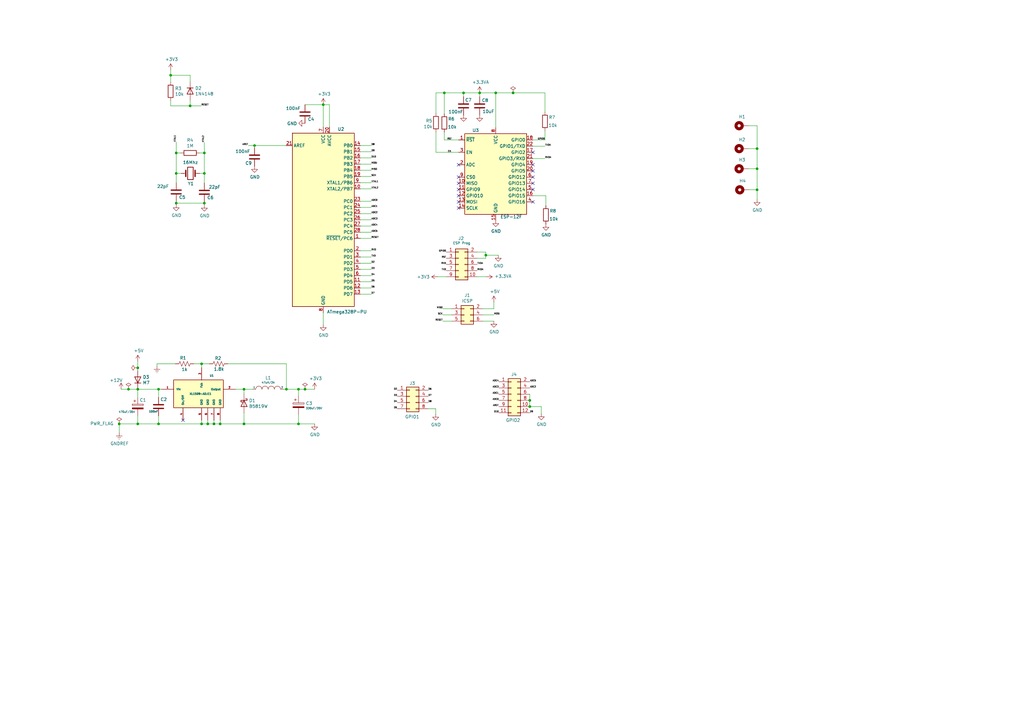
<source format=kicad_sch>
(kicad_sch (version 20211123) (generator eeschema)
  (paper "A3")
  (title_block (title "Remote IO 328 Mega based") (date "2021-01-29") (rev "0.1") (company "G.M."))
  (lib_symbols
    (symbol "Connector_Generic:Conn_02x03_Odd_Even" (pin_names (offset 1.016) hide)
      (property "Reference" "J" (at 1.27 5.08 0))
      (property "Value" "Conn_02x03_Odd_Even" (at 1.27 -5.08 0))
      (symbol "Conn_02x03_Odd_Even_1_1"
        (rectangle (start -1.27 -2.413) (end 0 -2.667) (stroke (width 0.1524)))
        (rectangle (start -1.27 0.127) (end 0 -0.127) (stroke (width 0.1524)))
        (rectangle (start -1.27 2.667) (end 0 2.413) (stroke (width 0.1524)))
        (rectangle (start -1.27 3.81) (end 3.81 -3.81) (stroke (width 0.254)) (fill (type background)))
        (rectangle (start 3.81 -2.413) (end 2.54 -2.667) (stroke (width 0.1524)))
        (rectangle (start 3.81 0.127) (end 2.54 -0.127) (stroke (width 0.1524)))
        (rectangle (start 3.81 2.667) (end 2.54 2.413) (stroke (width 0.1524)))
        (pin passive line (at -5.08 2.54 0) (length 3.81) (name "Pin_1") (number "1"))
        (pin passive line (at 7.62 2.54 180) (length 3.81) (name "Pin_2") (number "2"))
        (pin passive line (at -5.08 0 0) (length 3.81) (name "Pin_3") (number "3"))
        (pin passive line (at 7.62 0 180) (length 3.81) (name "Pin_4") (number "4"))
        (pin passive line (at -5.08 -2.54 0) (length 3.81) (name "Pin_5") (number "5"))
        (pin passive line (at 7.62 -2.54 180) (length 3.81) (name "Pin_6") (number "6"))
      )
    )
    (symbol "Connector_Generic:Conn_02x04_Odd_Even" (pin_names (offset 1.016) hide)
      (property "Reference" "J" (at 1.27 5.08 0))
      (property "Value" "Conn_02x04_Odd_Even" (at 1.27 -7.62 0))
      (symbol "Conn_02x04_Odd_Even_1_1"
        (rectangle (start -1.27 -4.953) (end 0 -5.207) (stroke (width 0.1524)))
        (rectangle (start -1.27 -2.413) (end 0 -2.667) (stroke (width 0.1524)))
        (rectangle (start -1.27 0.127) (end 0 -0.127) (stroke (width 0.1524)))
        (rectangle (start -1.27 2.667) (end 0 2.413) (stroke (width 0.1524)))
        (rectangle (start -1.27 3.81) (end 3.81 -6.35) (stroke (width 0.254)) (fill (type background)))
        (rectangle (start 3.81 -4.953) (end 2.54 -5.207) (stroke (width 0.1524)))
        (rectangle (start 3.81 -2.413) (end 2.54 -2.667) (stroke (width 0.1524)))
        (rectangle (start 3.81 0.127) (end 2.54 -0.127) (stroke (width 0.1524)))
        (rectangle (start 3.81 2.667) (end 2.54 2.413) (stroke (width 0.1524)))
        (pin passive line (at -5.08 2.54 0) (length 3.81) (name "Pin_1") (number "1"))
        (pin passive line (at 7.62 2.54 180) (length 3.81) (name "Pin_2") (number "2"))
        (pin passive line (at -5.08 0 0) (length 3.81) (name "Pin_3") (number "3"))
        (pin passive line (at 7.62 0 180) (length 3.81) (name "Pin_4") (number "4"))
        (pin passive line (at -5.08 -2.54 0) (length 3.81) (name "Pin_5") (number "5"))
        (pin passive line (at 7.62 -2.54 180) (length 3.81) (name "Pin_6") (number "6"))
        (pin passive line (at -5.08 -5.08 0) (length 3.81) (name "Pin_7") (number "7"))
        (pin passive line (at 7.62 -5.08 180) (length 3.81) (name "Pin_8") (number "8"))
      )
    )
    (symbol "Connector_Generic:Conn_02x05_Odd_Even" (pin_names (offset 1.016) hide)
      (property "Reference" "J" (at 1.27 7.62 0))
      (property "Value" "Conn_02x05_Odd_Even" (at 1.27 -7.62 0))
      (symbol "Conn_02x05_Odd_Even_1_1"
        (rectangle (start -1.27 -4.953) (end 0 -5.207) (stroke (width 0.1524)))
        (rectangle (start -1.27 -2.413) (end 0 -2.667) (stroke (width 0.1524)))
        (rectangle (start -1.27 0.127) (end 0 -0.127) (stroke (width 0.1524)))
        (rectangle (start -1.27 2.667) (end 0 2.413) (stroke (width 0.1524)))
        (rectangle (start -1.27 5.207) (end 0 4.953) (stroke (width 0.1524)))
        (rectangle (start -1.27 6.35) (end 3.81 -6.35) (stroke (width 0.254)) (fill (type background)))
        (rectangle (start 3.81 -4.953) (end 2.54 -5.207) (stroke (width 0.1524)))
        (rectangle (start 3.81 -2.413) (end 2.54 -2.667) (stroke (width 0.1524)))
        (rectangle (start 3.81 0.127) (end 2.54 -0.127) (stroke (width 0.1524)))
        (rectangle (start 3.81 2.667) (end 2.54 2.413) (stroke (width 0.1524)))
        (rectangle (start 3.81 5.207) (end 2.54 4.953) (stroke (width 0.1524)))
        (pin passive line (at -5.08 5.08 0) (length 3.81) (name "Pin_1") (number "1"))
        (pin passive line (at 7.62 -5.08 180) (length 3.81) (name "Pin_10") (number "10"))
        (pin passive line (at 7.62 5.08 180) (length 3.81) (name "Pin_2") (number "2"))
        (pin passive line (at -5.08 2.54 0) (length 3.81) (name "Pin_3") (number "3"))
        (pin passive line (at 7.62 2.54 180) (length 3.81) (name "Pin_4") (number "4"))
        (pin passive line (at -5.08 0 0) (length 3.81) (name "Pin_5") (number "5"))
        (pin passive line (at 7.62 0 180) (length 3.81) (name "Pin_6") (number "6"))
        (pin passive line (at -5.08 -2.54 0) (length 3.81) (name "Pin_7") (number "7"))
        (pin passive line (at 7.62 -2.54 180) (length 3.81) (name "Pin_8") (number "8"))
        (pin passive line (at -5.08 -5.08 0) (length 3.81) (name "Pin_9") (number "9"))
      )
    )
    (symbol "Connector_Generic:Conn_02x06_Odd_Even" (pin_names (offset 1.016) hide)
      (property "Reference" "J" (at 1.27 7.62 0))
      (property "Value" "Conn_02x06_Odd_Even" (at 1.27 -10.16 0))
      (symbol "Conn_02x06_Odd_Even_1_1"
        (rectangle (start -1.27 -7.493) (end 0 -7.747) (stroke (width 0.1524)))
        (rectangle (start -1.27 -4.953) (end 0 -5.207) (stroke (width 0.1524)))
        (rectangle (start -1.27 -2.413) (end 0 -2.667) (stroke (width 0.1524)))
        (rectangle (start -1.27 0.127) (end 0 -0.127) (stroke (width 0.1524)))
        (rectangle (start -1.27 2.667) (end 0 2.413) (stroke (width 0.1524)))
        (rectangle (start -1.27 5.207) (end 0 4.953) (stroke (width 0.1524)))
        (rectangle (start -1.27 6.35) (end 3.81 -8.89) (stroke (width 0.254)) (fill (type background)))
        (rectangle (start 3.81 -7.493) (end 2.54 -7.747) (stroke (width 0.1524)))
        (rectangle (start 3.81 -4.953) (end 2.54 -5.207) (stroke (width 0.1524)))
        (rectangle (start 3.81 -2.413) (end 2.54 -2.667) (stroke (width 0.1524)))
        (rectangle (start 3.81 0.127) (end 2.54 -0.127) (stroke (width 0.1524)))
        (rectangle (start 3.81 2.667) (end 2.54 2.413) (stroke (width 0.1524)))
        (rectangle (start 3.81 5.207) (end 2.54 4.953) (stroke (width 0.1524)))
        (pin passive line (at -5.08 5.08 0) (length 3.81) (name "Pin_1") (number "1"))
        (pin passive line (at 7.62 -5.08 180) (length 3.81) (name "Pin_10") (number "10"))
        (pin passive line (at -5.08 -7.62 0) (length 3.81) (name "Pin_11") (number "11"))
        (pin passive line (at 7.62 -7.62 180) (length 3.81) (name "Pin_12") (number "12"))
        (pin passive line (at 7.62 5.08 180) (length 3.81) (name "Pin_2") (number "2"))
        (pin passive line (at -5.08 2.54 0) (length 3.81) (name "Pin_3") (number "3"))
        (pin passive line (at 7.62 2.54 180) (length 3.81) (name "Pin_4") (number "4"))
        (pin passive line (at -5.08 0 0) (length 3.81) (name "Pin_5") (number "5"))
        (pin passive line (at 7.62 0 180) (length 3.81) (name "Pin_6") (number "6"))
        (pin passive line (at -5.08 -2.54 0) (length 3.81) (name "Pin_7") (number "7"))
        (pin passive line (at 7.62 -2.54 180) (length 3.81) (name "Pin_8") (number "8"))
        (pin passive line (at -5.08 -5.08 0) (length 3.81) (name "Pin_9") (number "9"))
      )
    )
    (symbol "Device:C" (pin_numbers hide) (pin_names (offset 0.254))
      (property "Reference" "C" (at 0.635 2.54 0))
      (property "Value" "C" (at 0.635 -2.54 0))
      (symbol "C_0_1"
        (polyline (pts (xy -2.032 -0.762) (xy 2.032 -0.762)) (stroke (width 0.508)))
        (polyline (pts (xy -2.032 0.762) (xy 2.032 0.762)) (stroke (width 0.508)))
      )
      (symbol "C_1_1"
        (pin passive line (at 0 3.81 270) (length 2.794) (name "~") (number "1"))
        (pin passive line (at 0 -3.81 90) (length 2.794) (name "~") (number "2"))
      )
    )
    (symbol "Device:C_Polarized" (pin_numbers hide) (pin_names (offset 0.254))
      (property "Reference" "C" (at 0.635 2.54 0))
      (property "Value" "C_Polarized" (at 0.635 -2.54 0))
      (symbol "C_Polarized_0_1"
        (rectangle (start -2.286 0.508) (end 2.286 1.016))
        (polyline (pts (xy -1.778 2.286) (xy -0.762 2.286)))
        (polyline (pts (xy -1.27 2.794) (xy -1.27 1.778)))
        (rectangle (start 2.286 -0.508) (end -2.286 -1.016) (fill (type outline)))
      )
      (symbol "C_Polarized_1_1"
        (pin passive line (at 0 3.81 270) (length 2.794) (name "~") (number "1"))
        (pin passive line (at 0 -3.81 90) (length 2.794) (name "~") (number "2"))
      )
    )
    (symbol "Device:Crystal" (pin_numbers hide) (pin_names (offset 1.016) hide)
      (property "Reference" "Y" (at 0 3.81 0))
      (property "Value" "Crystal" (at 0 -3.81 0))
      (symbol "Crystal_0_1"
        (rectangle (start -1.143 2.54) (end 1.143 -2.54) (stroke (width 0.3048)))
        (polyline (pts (xy -2.54 0) (xy -1.905 0)))
        (polyline (pts (xy -1.905 -1.27) (xy -1.905 1.27)) (stroke (width 0.508)))
        (polyline (pts (xy 1.905 -1.27) (xy 1.905 1.27)) (stroke (width 0.508)))
        (polyline (pts (xy 2.54 0) (xy 1.905 0)))
      )
      (symbol "Crystal_1_1"
        (pin passive line (at -3.81 0 0) (length 1.27) (name "1") (number "1"))
        (pin passive line (at 3.81 0 180) (length 1.27) (name "2") (number "2"))
      )
    )
    (symbol "Device:D" (pin_numbers hide) (pin_names (offset 1.016) hide)
      (property "Reference" "D" (at 0 2.54 0))
      (property "Value" "D" (at 0 -2.54 0))
      (symbol "D_0_1"
        (polyline (pts (xy -1.27 1.27) (xy -1.27 -1.27)) (stroke (width 0.254)))
        (polyline (pts (xy 1.27 0) (xy -1.27 0)))
        (polyline (pts (xy 1.27 1.27) (xy 1.27 -1.27) (xy -1.27 0) (xy 1.27 1.27)) (stroke (width 0.254)))
      )
      (symbol "D_1_1"
        (pin passive line (at -3.81 0 0) (length 2.54) (name "K") (number "1"))
        (pin passive line (at 3.81 0 180) (length 2.54) (name "A") (number "2"))
      )
    )
    (symbol "Device:D_Schottky" (pin_numbers hide) (pin_names (offset 1.016) hide)
      (property "Reference" "D" (at 0 2.54 0))
      (property "Value" "D_Schottky" (at 0 -2.54 0))
      (symbol "D_Schottky_0_1"
        (polyline (pts (xy 1.27 0) (xy -1.27 0)))
        (polyline (pts (xy 1.27 1.27) (xy 1.27 -1.27) (xy -1.27 0) (xy 1.27 1.27)) (stroke (width 0.254)))
        (polyline (pts (xy -1.905 0.635) (xy -1.905 1.27) (xy -1.27 1.27) (xy -1.27 -1.27) (xy -0.635 -1.27) (xy -0.635 -0.635)) (stroke (width 0.254)))
      )
      (symbol "D_Schottky_1_1"
        (pin passive line (at -3.81 0 0) (length 2.54) (name "K") (number "1"))
        (pin passive line (at 3.81 0 180) (length 2.54) (name "A") (number "2"))
      )
    )
    (symbol "Device:R" (pin_numbers hide) (pin_names (offset 0))
      (property "Reference" "R" (at 2.032 0 90))
      (property "Value" "R" (at 0 0 90))
      (symbol "R_0_1"
        (rectangle (start -1.016 -2.54) (end 1.016 2.54) (stroke (width 0.254)))
      )
      (symbol "R_1_1"
        (pin passive line (at 0 3.81 270) (length 1.27) (name "~") (number "1"))
        (pin passive line (at 0 -3.81 90) (length 1.27) (name "~") (number "2"))
      )
    )
    (symbol "Device:R_US" (pin_numbers hide) (pin_names (offset 0))
      (property "Reference" "R" (at 2.54 0 90))
      (property "Value" "R_US" (at -2.54 0 90))
      (symbol "R_US_0_1"
        (polyline (pts (xy 0 -2.286) (xy 0 -2.54)))
        (polyline (pts (xy 0 2.286) (xy 0 2.54)))
        (polyline (pts (xy 0 -0.762) (xy 1.016 -1.143) (xy 0 -1.524) (xy -1.016 -1.905) (xy 0 -2.286)))
        (polyline (pts (xy 0 0.762) (xy 1.016 0.381) (xy 0 0) (xy -1.016 -0.381) (xy 0 -0.762)))
        (polyline (pts (xy 0 2.286) (xy 1.016 1.905) (xy 0 1.524) (xy -1.016 1.143) (xy 0 0.762)))
      )
      (symbol "R_US_1_1"
        (pin passive line (at 0 3.81 270) (length 1.27) (name "~") (number "1"))
        (pin passive line (at 0 -3.81 90) (length 1.27) (name "~") (number "2"))
      )
    )
    (symbol "Diode:1N4148" (pin_numbers hide) (pin_names (offset 1.016) hide)
      (property "Reference" "D" (at 0 2.54 0))
      (property "Value" "1N4148" (at 0 -2.54 0))
      (symbol "1N4148_0_1"
        (polyline (pts (xy -1.27 1.27) (xy -1.27 -1.27)) (stroke (width 0.254)))
        (polyline (pts (xy 1.27 0) (xy -1.27 0)))
        (polyline (pts (xy 1.27 1.27) (xy 1.27 -1.27) (xy -1.27 0) (xy 1.27 1.27)) (stroke (width 0.254)))
      )
      (symbol "1N4148_1_1"
        (pin passive line (at -3.81 0 0) (length 2.54) (name "K") (number "1"))
        (pin passive line (at 3.81 0 180) (length 2.54) (name "A") (number "2"))
      )
    )
    (symbol "JLCPCB:XL1509-ADJE1" (pin_names (offset 1.016))
      (property "Reference" "U" (at 3.81 0 0))
      (property "Value" "XL1509-ADJE1" (at -6.35 0 0))
      (symbol "XL1509-ADJE1_0_1"
        (rectangle (start -11.43 -1.27) (end 8.89 -12.7) (stroke (width 0.254)) (fill (type background)))
      )
      (symbol "XL1509-ADJE1_1_1"
        (pin power_in line (at -16.51 -5.08 0) (length 5.08) (name "Vin") (number "1"))
        (pin power_out line (at 13.97 -5.08 180) (length 5.08) (name "Output") (number "2"))
        (pin power_out line (at 0 3.81 270) (length 5.08) (name "Fdk") (number "3"))
        (pin input line (at -7.62 -17.78 90) (length 5.08) (name "On/Off") (number "4"))
        (pin power_in line (at 0 -17.78 90) (length 5.08) (name "GND") (number "5"))
        (pin power_in line (at 2.54 -17.78 90) (length 5.08) (name "GND") (number "6"))
        (pin power_in line (at 5.08 -17.78 90) (length 5.08) (name "GND") (number "7"))
        (pin power_in line (at 7.62 -17.78 90) (length 5.08) (name "GND") (number "8"))
      )
    )
    (symbol "MCU_Microchip_ATmega:ATmega328P-P"
      (property "Reference" "U" (at -12.7 36.83 0))
      (property "Value" "ATmega328P-P" (at 2.54 -36.83 0))
      (symbol "ATmega328P-P_0_1"
        (rectangle (start -12.7 -35.56) (end 12.7 35.56) (stroke (width 0.254)) (fill (type background)))
      )
      (symbol "ATmega328P-P_1_1"
        (pin bidirectional line (at 15.24 -7.62 180) (length 2.54) (name "~{RESET}/PC6") (number "1"))
        (pin bidirectional line (at 15.24 12.7 180) (length 2.54) (name "XTAL2/PB7") (number "10"))
        (pin bidirectional line (at 15.24 -25.4 180) (length 2.54) (name "PD5") (number "11"))
        (pin bidirectional line (at 15.24 -27.94 180) (length 2.54) (name "PD6") (number "12"))
        (pin bidirectional line (at 15.24 -30.48 180) (length 2.54) (name "PD7") (number "13"))
        (pin bidirectional line (at 15.24 30.48 180) (length 2.54) (name "PB0") (number "14"))
        (pin bidirectional line (at 15.24 27.94 180) (length 2.54) (name "PB1") (number "15"))
        (pin bidirectional line (at 15.24 25.4 180) (length 2.54) (name "PB2") (number "16"))
        (pin bidirectional line (at 15.24 22.86 180) (length 2.54) (name "PB3") (number "17"))
        (pin bidirectional line (at 15.24 20.32 180) (length 2.54) (name "PB4") (number "18"))
        (pin bidirectional line (at 15.24 17.78 180) (length 2.54) (name "PB5") (number "19"))
        (pin bidirectional line (at 15.24 -12.7 180) (length 2.54) (name "PD0") (number "2"))
        (pin power_in line (at 2.54 38.1 270) (length 2.54) (name "AVCC") (number "20"))
        (pin passive line (at -15.24 30.48 0) (length 2.54) (name "AREF") (number "21"))
        (pin passive line (at 0 -38.1 90) (length 2.54) hide (name "GND") (number "22"))
        (pin bidirectional line (at 15.24 7.62 180) (length 2.54) (name "PC0") (number "23"))
        (pin bidirectional line (at 15.24 5.08 180) (length 2.54) (name "PC1") (number "24"))
        (pin bidirectional line (at 15.24 2.54 180) (length 2.54) (name "PC2") (number "25"))
        (pin bidirectional line (at 15.24 0 180) (length 2.54) (name "PC3") (number "26"))
        (pin bidirectional line (at 15.24 -2.54 180) (length 2.54) (name "PC4") (number "27"))
        (pin bidirectional line (at 15.24 -5.08 180) (length 2.54) (name "PC5") (number "28"))
        (pin bidirectional line (at 15.24 -15.24 180) (length 2.54) (name "PD1") (number "3"))
        (pin bidirectional line (at 15.24 -17.78 180) (length 2.54) (name "PD2") (number "4"))
        (pin bidirectional line (at 15.24 -20.32 180) (length 2.54) (name "PD3") (number "5"))
        (pin bidirectional line (at 15.24 -22.86 180) (length 2.54) (name "PD4") (number "6"))
        (pin power_in line (at 0 38.1 270) (length 2.54) (name "VCC") (number "7"))
        (pin power_in line (at 0 -38.1 90) (length 2.54) (name "GND") (number "8"))
        (pin bidirectional line (at 15.24 15.24 180) (length 2.54) (name "XTAL1/PB6") (number "9"))
      )
    )
    (symbol "Mechanical:MountingHole_Pad" (pin_numbers hide) (pin_names (offset 1.016) hide)
      (property "Reference" "H" (at 0 6.35 0))
      (property "Value" "MountingHole_Pad" (at 0 4.445 0))
      (symbol "MountingHole_Pad_0_1"
        (circle (center 0 1.27) (radius 1.27) (stroke (width 1.27)))
      )
      (symbol "MountingHole_Pad_1_1"
        (pin input line (at 0 -2.54 90) (length 2.54) (name "1") (number "1"))
      )
    )
    (symbol "RF_Module:ESP-12F"
      (property "Reference" "U" (at -12.7 19.05 0))
      (property "Value" "ESP-12F" (at 12.7 19.05 0))
      (symbol "ESP-12F_0_1"
        (rectangle (start -12.7 17.78) (end 12.7 -15.24) (stroke (width 0.254)) (fill (type background)))
      )
      (symbol "ESP-12F_1_1"
        (pin input line (at -15.24 15.24 0) (length 2.54) (name "~{RST}") (number "1"))
        (pin bidirectional line (at -15.24 -2.54 0) (length 2.54) (name "MISO") (number "10"))
        (pin bidirectional line (at -15.24 -5.08 0) (length 2.54) (name "GPIO9") (number "11"))
        (pin bidirectional line (at -15.24 -7.62 0) (length 2.54) (name "GPIO10") (number "12"))
        (pin bidirectional line (at -15.24 -10.16 0) (length 2.54) (name "MOSI") (number "13"))
        (pin bidirectional line (at -15.24 -12.7 0) (length 2.54) (name "SCLK") (number "14"))
        (pin power_in line (at 0 -17.78 90) (length 2.54) (name "GND") (number "15"))
        (pin bidirectional line (at 15.24 -7.62 180) (length 2.54) (name "GPIO15") (number "16"))
        (pin bidirectional line (at 15.24 10.16 180) (length 2.54) (name "GPIO2") (number "17"))
        (pin bidirectional line (at 15.24 15.24 180) (length 2.54) (name "GPIO0") (number "18"))
        (pin bidirectional line (at 15.24 5.08 180) (length 2.54) (name "GPIO4") (number "19"))
        (pin input line (at -15.24 5.08 0) (length 2.54) (name "ADC") (number "2"))
        (pin bidirectional line (at 15.24 2.54 180) (length 2.54) (name "GPIO5") (number "20"))
        (pin bidirectional line (at 15.24 7.62 180) (length 2.54) (name "GPIO3/RXD") (number "21"))
        (pin bidirectional line (at 15.24 12.7 180) (length 2.54) (name "GPIO1/TXD") (number "22"))
        (pin input line (at -15.24 10.16 0) (length 2.54) (name "EN") (number "3"))
        (pin bidirectional line (at 15.24 -10.16 180) (length 2.54) (name "GPIO16") (number "4"))
        (pin bidirectional line (at 15.24 -5.08 180) (length 2.54) (name "GPIO14") (number "5"))
        (pin bidirectional line (at 15.24 0 180) (length 2.54) (name "GPIO12") (number "6"))
        (pin bidirectional line (at 15.24 -2.54 180) (length 2.54) (name "GPIO13") (number "7"))
        (pin power_in line (at 0 20.32 270) (length 2.54) (name "VCC") (number "8"))
        (pin input line (at -15.24 0 0) (length 2.54) (name "CS0") (number "9"))
      )
    )
    (symbol "power:+12V" (power) (pin_names (offset 0))
      (property "Value" "+12V" (at 0 3.556 0))
      (symbol "+12V_0_1"
        (polyline (pts (xy -0.762 1.27) (xy 0 2.54)))
        (polyline (pts (xy 0 0) (xy 0 2.54)))
        (polyline (pts (xy 0 2.54) (xy 0.762 1.27)))
      )
      (symbol "+12V_1_1"
        (pin power_in line (at 0 0 90) (length 0) hide (name "+12V") (number "1"))
      )
    )
    (symbol "power:+3.3V" (power) (pin_names (offset 0))
      (property "Value" "+3.3V" (at 0 3.556 0))
      (symbol "+3.3V_0_1"
        (polyline (pts (xy -0.762 1.27) (xy 0 2.54)))
        (polyline (pts (xy 0 0) (xy 0 2.54)))
        (polyline (pts (xy 0 2.54) (xy 0.762 1.27)))
      )
      (symbol "+3.3V_1_1"
        (pin power_in line (at 0 0 90) (length 0) hide (name "+3V3") (number "1"))
      )
    )
    (symbol "power:+3.3VA" (power) (pin_names (offset 0))
      (property "Value" "+3.3VA" (at 0 3.556 0))
      (symbol "+3.3VA_0_1"
        (polyline (pts (xy -0.762 1.27) (xy 0 2.54)))
        (polyline (pts (xy 0 0) (xy 0 2.54)))
        (polyline (pts (xy 0 2.54) (xy 0.762 1.27)))
      )
      (symbol "+3.3VA_1_1"
        (pin power_in line (at 0 0 90) (length 0) hide (name "+3.3VA") (number "1"))
      )
    )
    (symbol "power:+5V" (power) (pin_names (offset 0))
      (property "Value" "+5V" (at 0 3.556 0))
      (symbol "+5V_0_1"
        (polyline (pts (xy -0.762 1.27) (xy 0 2.54)))
        (polyline (pts (xy 0 0) (xy 0 2.54)))
        (polyline (pts (xy 0 2.54) (xy 0.762 1.27)))
      )
      (symbol "+5V_1_1"
        (pin power_in line (at 0 0 90) (length 0) hide (name "+5V") (number "1"))
      )
    )
    (symbol "power:GND" (power) (pin_names (offset 0))
      (property "Value" "GND" (at 0 -3.81 0))
      (symbol "GND_0_1"
        (polyline (pts (xy 0 0) (xy 0 -1.27) (xy 1.27 -1.27) (xy 0 -2.54) (xy -1.27 -1.27) (xy 0 -1.27)))
      )
      (symbol "GND_1_1"
        (pin power_in line (at 0 0 270) (length 0) hide (name "GND") (number "1"))
      )
    )
    (symbol "power:GNDREF" (power) (pin_names (offset 0))
      (property "Value" "GNDREF" (at 0 -3.81 0))
      (symbol "GNDREF_0_1"
        (polyline (pts (xy -0.635 -1.905) (xy 0.635 -1.905)))
        (polyline (pts (xy -0.127 -2.54) (xy 0.127 -2.54)))
        (polyline (pts (xy 0 -1.27) (xy 0 0)))
        (polyline (pts (xy 1.27 -1.27) (xy -1.27 -1.27)))
      )
      (symbol "GNDREF_1_1"
        (pin power_in line (at 0 0 270) (length 0) hide (name "GNDREF") (number "1"))
      )
    )
    (symbol "power:PWR_FLAG" (power) (pin_numbers hide) (pin_names (offset 0) hide)
      (property "Value" "PWR_FLAG" (at 0 3.81 0))
      (symbol "PWR_FLAG_0_0"
        (pin power_out line (at 0 0 90) (length 0) (name "pwr") (number "1"))
      )
      (symbol "PWR_FLAG_0_1"
        (polyline (pts (xy 0 0) (xy 0 1.27) (xy -1.016 1.905) (xy 0 2.54) (xy 1.016 1.905) (xy 0 1.27)))
      )
    )
    (symbol "pspice:INDUCTOR" (pin_numbers hide) (pin_names (offset 0))
      (property "Reference" "L" (at 0 2.54 0))
      (property "Value" "INDUCTOR" (at 0 -1.27 0))
      (symbol "INDUCTOR_0_1"
        (arc (start -2.54 0) (mid -3.81 1.27) (end -5.08 0))
        (arc (start 0 0) (mid -1.27 1.27) (end -2.54 0))
        (arc (start 2.54 0) (mid 1.27 1.27) (end 0 0))
        (arc (start 5.08 0) (mid 3.81 1.27) (end 2.54 0))
      )
      (symbol "INDUCTOR_1_1"
        (pin input line (at -6.35 0 0) (length 1.27) (name "1") (number "1"))
        (pin input line (at 6.35 0 180) (length 1.27) (name "2") (number "2"))
      )
    )
  )
  (junction (at 90.297 173.863))
  (junction (at 65.024 159.639))
  (junction (at 82.677 173.863))
  (junction (at 122.428 159.639))
  (junction (at 132.588 42.926))
  (junction (at 82.677 149.225))
  (junction (at 56.515 173.863))
  (junction (at 87.757 173.863))
  (junction (at 310.515 77.851))
  (junction (at 52.705 159.639))
  (junction (at 69.977 30.861))
  (junction (at 122.428 173.863))
  (junction (at 125.095 159.639))
  (junction (at 217.297 164.211))
  (junction (at 310.515 69.215))
  (junction (at 56.515 150.876))
  (junction (at 117.475 159.639))
  (junction (at 72.263 71.12))
  (junction (at 83.82 62.738))
  (junction (at 72.263 83.312))
  (junction (at 48.895 173.863))
  (junction (at 203.327 38.1))
  (junction (at 190.119 38.1))
  (junction (at 100.076 159.639))
  (junction (at 210.439 38.1))
  (junction (at 77.978 43.434))
  (junction (at 217.297 166.751))
  (junction (at 65.024 173.863))
  (junction (at 56.515 159.639))
  (junction (at 310.515 60.96))
  (junction (at 199.263 104.648))
  (junction (at 83.82 83.312))
  (junction (at 100.076 173.863))
  (junction (at 104.394 59.69))
  (junction (at 72.263 62.738))
  (junction (at 196.723 38.1))
  (junction (at 83.82 71.12))
  (junction (at 85.217 173.863))
  (junction (at 182.245 38.1))
  (no_connect (at 218.567 72.644))
  (no_connect (at 188.087 80.264))
  (no_connect (at 218.567 75.184))
  (no_connect (at 218.567 82.804))
  (no_connect (at 188.087 85.344))
  (no_connect (at 218.567 70.104))
  (no_connect (at 218.567 67.564))
  (no_connect (at 218.567 77.724))
  (no_connect (at 218.567 62.484))
  (no_connect (at 188.087 75.184))
  (no_connect (at 188.087 82.804))
  (no_connect (at 188.087 77.724))
  (no_connect (at 188.087 72.644))
  (no_connect (at 188.087 67.564))
  (no_connect (at 75.057 172.339))
  (wire (pts (xy 64.389 149.225) (xy 64.389 150.241)))
  (wire (pts (xy 183.007 113.538) (xy 179.578 113.538)))
  (wire (pts (xy 71.882 149.225) (xy 64.389 149.225)))
  (wire (pts (xy 65.024 170.561) (xy 65.024 173.863)))
  (wire (pts (xy 178.689 167.64) (xy 178.689 169.799)))
  (wire (pts (xy 101.854 59.69) (xy 104.394 59.69)))
  (wire (pts (xy 132.588 128.27) (xy 132.588 133.096)))
  (wire (pts (xy 182.245 57.404) (xy 182.245 54.229)))
  (wire (pts (xy 307.213 77.851) (xy 310.515 77.851)))
  (wire (pts (xy 82.677 150.749) (xy 82.677 149.225)))
  (wire (pts (xy 81.788 62.738) (xy 83.82 62.738)))
  (wire (pts (xy 56.515 173.863) (xy 65.024 173.863)))
  (wire (pts (xy 199.263 103.378) (xy 199.263 104.648)))
  (wire (pts (xy 185.293 131.699) (xy 181.61 131.699)))
  (wire (pts (xy 74.295 71.12) (xy 72.263 71.12)))
  (wire (pts (xy 65.024 173.863) (xy 82.677 173.863)))
  (wire (pts (xy 147.828 59.69) (xy 152.273 59.69)))
  (wire (pts (xy 72.263 62.738) (xy 72.263 71.12)))
  (wire (pts (xy 125.095 159.639) (xy 129.032 159.639)))
  (wire (pts (xy 310.515 77.851) (xy 310.515 81.788)))
  (wire (pts (xy 82.677 172.339) (xy 82.677 173.863)))
  (wire (pts (xy 306.959 69.215) (xy 310.515 69.215)))
  (wire (pts (xy 147.828 110.49) (xy 152.273 110.49)))
  (wire (pts (xy 83.82 62.738) (xy 83.82 71.12)))
  (wire (pts (xy 147.828 102.87) (xy 152.273 102.87)))
  (wire (pts (xy 195.707 113.538) (xy 199.39 113.538)))
  (wire (pts (xy 203.327 38.1) (xy 210.439 38.1)))
  (wire (pts (xy 90.297 172.339) (xy 90.297 173.863)))
  (wire (pts (xy 218.567 57.404) (xy 223.52 57.404)))
  (wire (pts (xy 69.977 43.434) (xy 77.978 43.434)))
  (wire (pts (xy 147.828 72.39) (xy 152.273 72.39)))
  (wire (pts (xy 56.515 152.019) (xy 56.515 150.876)))
  (wire (pts (xy 147.828 62.23) (xy 152.273 62.23)))
  (wire (pts (xy 104.394 60.579) (xy 104.394 59.69)))
  (wire (pts (xy 52.705 159.639) (xy 49.657 159.639)))
  (wire (pts (xy 182.245 46.609) (xy 182.245 38.1)))
  (wire (pts (xy 74.168 62.738) (xy 72.263 62.738)))
  (wire (pts (xy 77.978 43.434) (xy 77.978 41.148)))
  (wire (pts (xy 197.993 129.159) (xy 202.565 129.159)))
  (wire (pts (xy 66.167 159.639) (xy 65.024 159.639)))
  (wire (pts (xy 147.828 69.85) (xy 152.273 69.85)))
  (wire (pts (xy 87.757 172.339) (xy 87.757 173.863)))
  (wire (pts (xy 65.024 162.941) (xy 65.024 159.639)))
  (wire (pts (xy 197.993 126.619) (xy 202.565 126.619)))
  (wire (pts (xy 65.024 159.639) (xy 56.515 159.639)))
  (wire (pts (xy 197.993 131.699) (xy 202.565 131.699)))
  (wire (pts (xy 56.515 159.639) (xy 52.705 159.639)))
  (wire (pts (xy 56.515 150.876) (xy 56.515 148.209)))
  (wire (pts (xy 72.263 83.312) (xy 83.82 83.312)))
  (wire (pts (xy 72.263 83.312) (xy 72.263 83.947)))
  (wire (pts (xy 85.217 173.863) (xy 87.757 173.863)))
  (wire (pts (xy 72.263 82.55) (xy 72.263 83.312)))
  (wire (pts (xy 223.52 57.404) (xy 223.52 53.594)))
  (wire (pts (xy 122.428 162.433) (xy 122.428 159.639)))
  (wire (pts (xy 100.076 173.863) (xy 90.297 173.863)))
  (wire (pts (xy 72.263 71.12) (xy 72.263 74.93)))
  (wire (pts (xy 306.959 60.96) (xy 310.515 60.96)))
  (wire (pts (xy 188.087 57.404) (xy 182.245 57.404)))
  (wire (pts (xy 100.076 159.639) (xy 103.632 159.639)))
  (wire (pts (xy 83.82 83.312) (xy 83.82 84.074)))
  (wire (pts (xy 147.828 107.95) (xy 152.273 107.95)))
  (wire (pts (xy 83.82 82.677) (xy 83.82 83.312)))
  (wire (pts (xy 147.828 115.57) (xy 152.273 115.57)))
  (wire (pts (xy 117.475 149.225) (xy 117.475 159.639)))
  (wire (pts (xy 190.119 39.624) (xy 190.119 38.1)))
  (wire (pts (xy 72.263 58.293) (xy 72.263 62.738)))
  (wire (pts (xy 202.565 126.619) (xy 202.565 123.952)))
  (wire (pts (xy 204.343 104.648) (xy 199.263 104.648)))
  (wire (pts (xy 104.394 59.69) (xy 117.348 59.69)))
  (wire (pts (xy 310.515 51.562) (xy 310.515 60.96)))
  (wire (pts (xy 147.828 95.25) (xy 152.273 95.25)))
  (wire (pts (xy 82.677 149.225) (xy 79.502 149.225)))
  (wire (pts (xy 217.297 164.211) (xy 217.297 166.751)))
  (wire (pts (xy 147.828 118.11) (xy 152.273 118.11)))
  (wire (pts (xy 147.828 82.55) (xy 152.273 82.55)))
  (wire (pts (xy 147.828 85.09) (xy 152.273 85.09)))
  (wire (pts (xy 178.816 54.102) (xy 178.816 62.484)))
  (wire (pts (xy 147.828 113.03) (xy 152.273 113.03)))
  (wire (pts (xy 147.828 105.41) (xy 152.273 105.41)))
  (wire (pts (xy 196.723 38.1) (xy 203.327 38.1)))
  (wire (pts (xy 196.723 39.624) (xy 196.723 38.1)))
  (wire (pts (xy 77.978 43.434) (xy 82.55 43.434)))
  (wire (pts (xy 218.567 80.264) (xy 223.901 80.264)))
  (wire (pts (xy 147.828 77.47) (xy 152.273 77.47)))
  (wire (pts (xy 69.977 33.655) (xy 69.977 30.861)))
  (wire (pts (xy 185.293 129.159) (xy 181.61 129.159)))
  (wire (pts (xy 122.428 173.863) (xy 129.032 173.863)))
  (wire (pts (xy 185.293 126.619) (xy 181.61 126.619)))
  (wire (pts (xy 195.707 103.378) (xy 199.263 103.378)))
  (wire (pts (xy 48.895 173.863) (xy 56.515 173.863)))
  (wire (pts (xy 175.641 167.64) (xy 178.689 167.64)))
  (wire (pts (xy 117.475 159.639) (xy 122.428 159.639)))
  (wire (pts (xy 69.977 30.861) (xy 69.977 28.702)))
  (wire (pts (xy 147.828 67.31) (xy 152.273 67.31)))
  (wire (pts (xy 190.119 38.1) (xy 182.245 38.1)))
  (wire (pts (xy 93.472 149.225) (xy 117.475 149.225)))
  (wire (pts (xy 147.828 92.71) (xy 152.273 92.71)))
  (wire (pts (xy 56.515 170.561) (xy 56.515 173.863)))
  (wire (pts (xy 147.828 74.93) (xy 152.273 74.93)))
  (wire (pts (xy 100.076 173.863) (xy 122.428 173.863)))
  (wire (pts (xy 147.828 120.65) (xy 152.273 120.65)))
  (wire (pts (xy 147.828 64.77) (xy 152.273 64.77)))
  (wire (pts (xy 69.977 41.275) (xy 69.977 43.434)))
  (wire (pts (xy 310.515 69.215) (xy 310.515 77.851)))
  (wire (pts (xy 132.588 42.926) (xy 135.128 42.926)))
  (wire (pts (xy 221.996 166.751) (xy 221.996 169.672)))
  (wire (pts (xy 182.245 38.1) (xy 178.816 38.1)))
  (wire (pts (xy 96.647 159.639) (xy 100.076 159.639)))
  (wire (pts (xy 132.588 42.926) (xy 125.095 42.926)))
  (wire (pts (xy 223.901 80.264) (xy 223.901 84.328)))
  (wire (pts (xy 147.828 90.17) (xy 152.273 90.17)))
  (wire (pts (xy 218.567 65.024) (xy 223.52 65.024)))
  (wire (pts (xy 199.263 104.648) (xy 199.263 105.918)))
  (wire (pts (xy 100.076 161.671) (xy 100.076 159.639)))
  (wire (pts (xy 122.428 170.053) (xy 122.428 173.863)))
  (wire (pts (xy 203.327 38.1) (xy 203.327 52.324)))
  (wire (pts (xy 56.515 162.941) (xy 56.515 159.639)))
  (wire (pts (xy 85.217 172.339) (xy 85.217 173.863)))
  (wire (pts (xy 82.677 173.863) (xy 85.217 173.863)))
  (wire (pts (xy 77.978 30.861) (xy 77.978 33.528)))
  (wire (pts (xy 178.816 62.484) (xy 188.087 62.484)))
  (wire (pts (xy 306.959 51.562) (xy 310.515 51.562)))
  (wire (pts (xy 122.428 159.639) (xy 125.095 159.639)))
  (wire (pts (xy 217.297 166.751) (xy 221.996 166.751)))
  (wire (pts (xy 199.263 105.918) (xy 195.707 105.918)))
  (wire (pts (xy 81.915 71.12) (xy 83.82 71.12)))
  (wire (pts (xy 217.297 161.671) (xy 217.297 164.211)))
  (wire (pts (xy 132.588 42.926) (xy 132.588 52.07)))
  (wire (pts (xy 310.515 60.96) (xy 310.515 69.215)))
  (wire (pts (xy 210.439 38.1) (xy 223.52 38.1)))
  (wire (pts (xy 135.128 42.926) (xy 135.128 52.07)))
  (wire (pts (xy 83.82 58.42) (xy 83.82 62.738)))
  (wire (pts (xy 218.567 59.944) (xy 223.52 59.944)))
  (wire (pts (xy 48.895 173.863) (xy 48.895 177.546)))
  (wire (pts (xy 90.297 173.863) (xy 87.757 173.863)))
  (wire (pts (xy 223.52 38.1) (xy 223.52 45.974)))
  (wire (pts (xy 100.076 169.291) (xy 100.076 173.863)))
  (wire (pts (xy 147.828 97.79) (xy 152.273 97.79)))
  (wire (pts (xy 83.82 71.12) (xy 83.82 75.057)))
  (wire (pts (xy 147.828 87.63) (xy 152.273 87.63)))
  (wire (pts (xy 190.119 38.1) (xy 196.723 38.1)))
  (wire (pts (xy 116.332 159.639) (xy 117.475 159.639)))
  (wire (pts (xy 178.816 46.482) (xy 178.816 38.1)))
  (wire (pts (xy 69.977 30.861) (xy 77.978 30.861)))
  (wire (pts (xy 85.852 149.225) (xy 82.677 149.225)))
  (label "AREF" (at 101.854 59.69 180) (effects (font (size 0.635 0.635))))
  (label "XTAL1" (at 152.273 74.93 0) (effects (font (size 0.635 0.635))))
  (label "D4" (at 162.941 165.1 180) (effects (font (size 0.635 0.635))))
  (label "D5" (at 152.273 115.57 0) (effects (font (size 0.635 0.635))))
  (label "EN" (at 183.642 62.484 0) (effects (font (size 0.635 0.635))))
  (label "RXD" (at 183.007 108.458 180) (effects (font (size 0.635 0.635))))
  (label "TXD" (at 152.273 105.41 0) (effects (font (size 0.635 0.635))))
  (label "SCK" (at 181.61 129.159 180) (effects (font (size 0.635 0.635))))
  (label "ADC5" (at 217.297 156.591 0) (effects (font (size 0.635 0.635))))
  (label "SCK" (at 152.273 72.39 0) (effects (font (size 0.635 0.635))))
  (label "ADC1" (at 152.273 85.09 0) (effects (font (size 0.635 0.635))))
  (label "GPIO0" (at 183.007 103.378 180) (effects (font (size 0.635 0.635))))
  (label "MISO" (at 152.273 69.85 0) (effects (font (size 0.635 0.635))))
  (label "RST" (at 183.388 57.404 0) (effects (font (size 0.635 0.635))))
  (label "MOSI" (at 152.273 67.31 0) (effects (font (size 0.635 0.635))))
  (label "XTAL2" (at 152.273 77.47 0) (effects (font (size 0.635 0.635))))
  (label "TXDA" (at 223.52 59.944 0) (effects (font (size 0.635 0.635))))
  (label "D8" (at 175.641 165.1 0) (effects (font (size 0.635 0.635))))
  (label "RESET" (at 82.55 43.434 0) (effects (font (size 0.635 0.635))))
  (label "ADC3" (at 204.597 159.131 180) (effects (font (size 0.635 0.635))))
  (label "RXDA" (at 223.52 65.024 0) (effects (font (size 0.635 0.635))))
  (label "AREF" (at 204.597 166.751 180) (effects (font (size 0.635 0.635))))
  (label "XTAL1" (at 72.263 58.293 90) (effects (font (size 0.635 0.635))))
  (label "ADC4" (at 204.597 156.591 180) (effects (font (size 0.635 0.635))))
  (label "RST" (at 183.007 105.918 180) (effects (font (size 0.635 0.635))))
  (label "D3" (at 152.273 110.49 0) (effects (font (size 0.635 0.635))))
  (label "ADC2" (at 217.297 159.131 0) (effects (font (size 0.635 0.635))))
  (label "RESET" (at 152.273 97.79 0) (effects (font (size 0.635 0.635))))
  (label "D8" (at 152.273 59.69 0) (effects (font (size 0.635 0.635))))
  (label "D10" (at 152.273 64.77 0) (effects (font (size 0.635 0.635))))
  (label "D7" (at 175.641 162.56 0) (effects (font (size 0.635 0.635))))
  (label "ADC5" (at 152.273 95.25 0) (effects (font (size 0.635 0.635))))
  (label "D10" (at 204.597 169.291 180) (effects (font (size 0.635 0.635))))
  (label "ADC3" (at 152.273 90.17 0) (effects (font (size 0.635 0.635))))
  (label "RESET" (at 181.61 131.699 180) (effects (font (size 0.635 0.635))))
  (label "ADC0" (at 152.273 82.55 0) (effects (font (size 0.635 0.635))))
  (label "ADC2" (at 152.273 87.63 0) (effects (font (size 0.635 0.635))))
  (label "ADC4" (at 152.273 92.71 0) (effects (font (size 0.635 0.635))))
  (label "D2" (at 152.273 107.95 0) (effects (font (size 0.635 0.635))))
  (label "TXD" (at 183.007 110.998 180) (effects (font (size 0.635 0.635))))
  (label "D6" (at 152.273 118.11 0) (effects (font (size 0.635 0.635))))
  (label "MISO" (at 181.61 126.619 180) (effects (font (size 0.635 0.635))))
  (label "ADC0" (at 204.597 164.211 180) (effects (font (size 0.635 0.635))))
  (label "D7" (at 152.273 120.65 0) (effects (font (size 0.635 0.635))))
  (label "D9" (at 217.297 169.291 0) (effects (font (size 0.635 0.635))))
  (label "GPIO0" (at 220.472 57.404 0) (effects (font (size 0.635 0.635))))
  (label "D4" (at 152.273 113.03 0) (effects (font (size 0.635 0.635))))
  (label "D3" (at 162.941 162.56 180) (effects (font (size 0.635 0.635))))
  (label "XTAL2" (at 83.82 58.42 90) (effects (font (size 0.635 0.635))))
  (label "D2" (at 162.941 160.02 180) (effects (font (size 0.635 0.635))))
  (label "MOSI" (at 202.565 129.159 0) (effects (font (size 0.635 0.635))))
  (label "TXDA" (at 195.707 108.458 0) (effects (font (size 0.635 0.635))))
  (label "RXDA" (at 195.707 110.998 0) (effects (font (size 0.635 0.635))))
  (label "D6" (at 175.641 160.02 0) (effects (font (size 0.635 0.635))))
  (label "D9" (at 152.273 62.23 0) (effects (font (size 0.635 0.635))))
  (label "RXD" (at 152.273 102.87 0) (effects (font (size 0.635 0.635))))
  (label "D5" (at 162.941 167.64 180) (effects (font (size 0.635 0.635))))
  (label "ADC1" (at 204.597 161.671 180) (effects (font (size 0.635 0.635))))
  (symbol (lib_id "JLCPCB:XL1509-ADJE1") (at 82.677 154.559 0) (unit 1)
    (property "Reference" "U1" (at 85.979 154.051 0) (effects (font (size 0.7874 0.7874)) (justify left)))
    (property "Value" "XL1509-ADJE1" (at 77.724 161.544 0) (effects (font (size 0.7874 0.7874)) (justify left)))
    (property "Footprint" "Package_SO:SOP-8_3.9x4.9mm_P1.27mm" (effects hide))
    (property "Datasheet" "https://datasheet.lcsc.com/szlcsc/XLSEMI-XL1509-ADJE1_C74192.pdf" (effects hide))
    (property "LCSC" "C74192" (effects hide))
  )
  (symbol (lib_id "RF_Module:ESP-12F") (at 203.327 72.644 0) (unit 1)
    (property "Reference" "U3" (at 195.072 53.467 0))
    (property "Value" "ESP-12F" (at 209.677 88.9 0))
    (property "Footprint" "RF_Module:ESP-12E" (effects hide))
    (property "Datasheet" "http://wiki.ai-thinker.com/_media/esp8266/esp8266_series_modules_user_manual_v1.1.pdf" (effects hide))
    (property "LCSC" "C82891" (effects hide))
  )
  (symbol (lib_id "Device:R_US") (at 75.692 149.225 270) (unit 1)
    (property "Reference" "R1" (at 75.057 146.812 90))
    (property "Value" "1k" (at 75.692 151.511 90))
    (property "Footprint" "Resistor_SMD:R_0402_1005Metric" (effects hide))
    (property "LCSC" "C11702" (effects hide))
  )
  (symbol (lib_id "Device:R_US") (at 89.662 149.225 270) (unit 1)
    (property "Reference" "R2" (at 89.408 146.939 90))
    (property "Value" "1.8k" (at 89.789 151.384 90))
    (property "Footprint" "Resistor_SMD:R_0402_1005Metric" (effects hide))
    (property "LCSC" "C4177" (effects hide))
  )
  (symbol (lib_id "power:GNDREF") (at 64.389 150.241 0) (unit 1)
    (property "Reference" "#PWR01" (effects hide))
    (property "Value" "GNDREF" (effects hide))
  )
  (symbol (lib_id "pspice:INDUCTOR") (at 109.982 159.639 0) (unit 1)
    (property "Reference" "L1" (at 109.982 154.94 0))
    (property "Value" "47uH/2A" (at 109.982 156.8958 0) (effects (font (size 0.7874 0.7874))))
    (property "Footprint" "JLCPCB:L_6.0x6.0x4.5-SWPA-Sunlord" (effects hide))
    (property "LCSC" "C36414" (effects hide))
  )
  (symbol (lib_id "Device:D_Schottky") (at 100.076 165.481 270) (unit 1)
    (property "Reference" "D1" (at 102.108 164.3126 90) (effects (justify left)))
    (property "Value" "B5819W" (at 102.108 166.624 90) (effects (justify left)))
    (property "Footprint" "Diode_SMD:D_SOD-123F" (effects hide))
    (property "LCSC" " C8598" (effects hide))
  )
  (symbol (lib_id "Device:C_Polarized") (at 122.428 166.243 0) (unit 1)
    (property "Reference" "C3" (at 125.4252 165.4556 0) (effects (justify left)))
    (property "Value" "330uF/35V" (at 125.4252 167.4114 0) (effects (font (size 0.7874 0.7874)) (justify left)))
    (property "Footprint" "Capacitor_THT:CP_Radial_D8.0mm_P5.00mm" (effects hide))
  )
  (symbol (lib_id "Device:C_Polarized") (at 56.515 166.751 0) (unit 1)
    (property "Reference" "C1" (at 57.277 164.084 0) (effects (justify left)))
    (property "Value" "470uF/35V" (at 48.641 168.91 0) (effects (font (size 0.7874 0.7874)) (justify left)))
    (property "Footprint" "Capacitor_THT:CP_Radial_D8.0mm_P5.00mm" (effects hide))
  )
  (symbol (lib_id "Device:C") (at 65.024 166.751 0) (unit 1)
    (property "Reference" "C2" (at 65.786 163.83 0) (effects (justify left)))
    (property "Value" "100nF" (at 61.087 168.783 0) (effects (font (size 0.7874 0.7874)) (justify left)))
    (property "Footprint" "Capacitor_SMD:C_0402_1005Metric" (effects hide))
    (property "LCSC" "C1525" (effects hide))
  )
  (symbol (lib_id "power:PWR_FLAG") (at 52.705 159.639 0) (unit 1)
    (property "Reference" "#FLG0101" (effects hide))
    (property "Value" "PWR_FLAG" (effects hide))
  )
  (symbol (lib_id "power:GNDREF") (at 48.895 177.546 0) (unit 1)
    (property "Reference" "#PWR0101" (effects hide))
    (property "Value" "GNDREF" (at 49.022 181.9402 0))
  )
  (symbol (lib_id "Connector_Generic:Conn_02x03_Odd_Even") (at 190.373 129.159 0) (unit 1)
    (property "Reference" "J1" (at 191.643 121.1072 0))
    (property "Value" "ICSP" (at 191.643 123.4186 0))
    (property "Footprint" "Connector_PinHeader_2.54mm:PinHeader_2x03_P2.54mm_Vertical" (effects hide))
  )
  (symbol (lib_id "power:PWR_FLAG") (at 48.895 173.863 0) (unit 1)
    (property "Reference" "#FLG0102" (effects hide))
    (property "Value" "PWR_FLAG" (at 41.783 173.736 0))
  )
  (symbol (lib_id "Device:C") (at 190.119 43.434 0) (unit 1)
    (property "Reference" "C7" (at 190.754 41.021 0) (effects (justify left)))
    (property "Value" "100nF" (at 183.896 45.847 0) (effects (justify left)))
    (property "Footprint" "Capacitor_SMD:C_0402_1005Metric" (effects hide))
    (property "LCSC" "C1525" (effects hide))
  )
  (symbol (lib_id "Device:C") (at 196.723 43.434 0) (unit 1)
    (property "Reference" "C8" (at 197.612 41.148 0) (effects (justify left)))
    (property "Value" "10uF" (at 197.866 45.72 0) (effects (justify left)))
    (property "Footprint" "Capacitor_SMD:C_0603_1608Metric" (effects hide))
    (property "LCSC" "C19702" (effects hide))
  )
  (symbol (lib_id "power:GND") (at 190.119 47.244 0) (unit 1)
    (property "Reference" "#PWR015" (effects hide))
    (property "Value" "GND" (effects hide))
  )
  (symbol (lib_id "power:+5V") (at 202.565 123.952 0) (unit 1)
    (property "Reference" "#PWR09" (effects hide))
    (property "Value" "+5V" (at 202.946 119.5578 0))
  )
  (symbol (lib_id "power:GND") (at 196.723 47.244 0) (unit 1)
    (property "Reference" "#PWR016" (effects hide))
    (property "Value" "GND" (effects hide))
  )
  (symbol (lib_id "power:GND") (at 202.565 131.699 0) (unit 1)
    (property "Reference" "#PWR010" (effects hide))
    (property "Value" "GND" (at 202.692 136.0932 0))
  )
  (symbol (lib_id "Device:R") (at 178.816 50.292 0) (unit 1)
    (property "Reference" "R5" (at 174.625 49.53 0) (effects (justify left)))
    (property "Value" "10k" (at 173.736 51.943 0) (effects (justify left)))
    (property "Footprint" "Resistor_SMD:R_0402_1005Metric" (effects hide))
    (property "LCSC" "C25744" (effects hide))
  )
  (symbol (lib_id "Device:R") (at 69.977 37.465 0) (unit 1)
    (property "Reference" "R3" (at 71.755 36.2966 0) (effects (justify left)))
    (property "Value" "10k" (at 71.755 38.608 0) (effects (justify left)))
    (property "Footprint" "Resistor_SMD:R_0402_1005Metric" (effects hide))
    (property "LCSC" "C25774" (effects hide))
  )
  (symbol (lib_id "Device:R") (at 182.245 50.419 0) (unit 1)
    (property "Reference" "R6" (at 183.769 48.768 0) (effects (justify left)))
    (property "Value" "10k" (at 183.642 52.07 0) (effects (justify left)))
    (property "Footprint" "Resistor_SMD:R_0402_1005Metric" (effects hide))
    (property "LCSC" "C25744" (effects hide))
  )
  (symbol (lib_id "power:+3.3V") (at 69.977 28.702 0) (unit 1)
    (property "Reference" "#PWR011" (effects hide))
    (property "Value" "+3.3V" (at 70.358 24.3078 0))
  )
  (symbol (lib_id "Device:D") (at 56.515 155.829 90) (unit 1)
    (property "Reference" "D3" (at 58.547 154.6606 90) (effects (justify right)))
    (property "Value" "M7" (at 58.547 156.972 90) (effects (justify right)))
    (property "Footprint" "Diode_SMD:D_SOD-128" (effects hide))
    (property "LCSC" " C95872" (effects hide))
  )
  (symbol (lib_id "power:+5V") (at 56.515 148.209 0) (unit 1)
    (property "Reference" "#PWR012" (effects hide))
    (property "Value" "+5V" (at 56.896 143.8148 0))
  )
  (symbol (lib_id "power:PWR_FLAG") (at 56.515 150.876 90) (unit 1)
    (property "Reference" "#FLG0104" (effects hide))
    (property "Value" "PWR_FLAG" (effects hide))
  )
  (symbol (lib_id "power:GND") (at 132.588 133.096 0) (unit 1)
    (property "Reference" "#PWR013" (effects hide))
    (property "Value" "GND" (at 132.715 137.4902 0))
  )
  (symbol (lib_id "Diode:1N4148") (at 77.978 37.338 270) (unit 1)
    (property "Reference" "D2" (at 80.01 36.1696 90) (effects (justify left)))
    (property "Value" "1N4148" (at 80.01 38.481 90) (effects (justify left)))
    (property "Footprint" "Diode_SMD:D_SOD-123F" (effects hide))
    (property "Datasheet" "https://assets.nexperia.com/documents/data-sheet/1N4148_1N4448.pdf" (effects hide))
    (property "LCSC" " C81598" (effects hide))
  )
  (symbol (lib_id "Device:R") (at 77.978 62.738 270) (unit 1)
    (property "Reference" "R4" (at 77.978 57.4802 90))
    (property "Value" "1M" (at 77.978 59.7916 90))
    (property "Footprint" "Resistor_SMD:R_0603_1608Metric" (effects hide))
    (property "LCSC" "C22935" (effects hide))
  )
  (symbol (lib_id "power:GND") (at 203.327 90.424 0) (unit 1)
    (property "Reference" "#PWR0102" (effects hide))
    (property "Value" "GND" (at 203.454 94.8182 0))
  )
  (symbol (lib_id "Device:R") (at 223.901 88.138 0) (unit 1)
    (property "Reference" "R8" (at 225.425 86.487 0) (effects (justify left)))
    (property "Value" "10k" (at 225.298 89.789 0) (effects (justify left)))
    (property "Footprint" "Resistor_SMD:R_0402_1005Metric" (effects hide))
    (property "LCSC" "C25744" (effects hide))
  )
  (symbol (lib_id "power:GND") (at 223.901 91.948 0) (unit 1)
    (property "Reference" "#PWR017" (effects hide))
    (property "Value" "GND" (at 224.028 96.3422 0))
  )
  (symbol (lib_id "Device:R") (at 223.52 49.784 0) (unit 1)
    (property "Reference" "R7" (at 225.044 48.133 0) (effects (justify left)))
    (property "Value" "10k" (at 224.917 51.435 0) (effects (justify left)))
    (property "Footprint" "Resistor_SMD:R_0402_1005Metric" (effects hide))
    (property "LCSC" "C25744" (effects hide))
  )
  (symbol (lib_id "Mechanical:MountingHole_Pad") (at 304.419 51.562 90) (unit 1)
    (property "Reference" "H1" (at 304.3428 47.879 90))
    (property "Value" "MountingHole_Pad" (effects hide))
    (property "Footprint" "MountingHole:MountingHole_2.5mm_Pad_Via" (effects hide))
  )
  (symbol (lib_id "Mechanical:MountingHole_Pad") (at 304.419 60.96 90) (unit 1)
    (property "Reference" "H2" (at 304.3428 57.277 90))
    (property "Value" "MountingHole_Pad" (effects hide))
    (property "Footprint" "MountingHole:MountingHole_2.5mm_Pad_Via" (effects hide))
  )
  (symbol (lib_id "Mechanical:MountingHole_Pad") (at 304.419 69.215 90) (unit 1)
    (property "Reference" "H3" (at 304.3428 65.532 90))
    (property "Value" "MountingHole_Pad" (effects hide))
    (property "Footprint" "MountingHole:MountingHole_2.5mm_Pad_Via" (effects hide))
  )
  (symbol (lib_id "Mechanical:MountingHole_Pad") (at 304.673 77.851 90) (unit 1)
    (property "Reference" "H4" (at 304.5968 74.168 90))
    (property "Value" "MountingHole_Pad" (effects hide))
    (property "Footprint" "MountingHole:MountingHole_2.5mm_Pad_Via" (effects hide))
  )
  (symbol (lib_id "power:GND") (at 310.515 81.788 0) (unit 1)
    (property "Reference" "#PWR018" (effects hide))
    (property "Value" "GND" (at 310.642 86.1822 0))
  )
  (symbol (lib_id "Connector_Generic:Conn_02x05_Odd_Even") (at 188.087 108.458 0) (unit 1)
    (property "Reference" "J2" (at 189.103 97.79 0))
    (property "Value" "ESP Prog" (at 189.357 99.695 0) (effects (font (size 0.9906 0.9906))))
    (property "Footprint" "Connector_PinHeader_2.54mm:PinHeader_2x05_P2.54mm_Vertical" (effects hide))
  )
  (symbol (lib_id "power:GND") (at 204.343 104.648 0) (unit 1)
    (property "Reference" "#PWR019" (effects hide))
    (property "Value" "GND" (at 204.47 109.0422 0))
  )
  (symbol (lib_id "power:+3.3VA") (at 196.723 38.1 0) (unit 1)
    (property "Reference" "#PWR014" (effects hide))
    (property "Value" "+3.3VA" (at 197.104 33.7058 0))
  )
  (symbol (lib_id "power:PWR_FLAG") (at 210.439 38.1 0) (unit 1)
    (property "Reference" "#FLG0105" (effects hide))
    (property "Value" "PWR_FLAG" (effects hide))
  )
  (symbol (lib_id "power:+3.3V") (at 179.578 113.538 90) (unit 1)
    (property "Reference" "#PWR020" (effects hide))
    (property "Value" "+3.3V" (at 173.609 113.538 90))
  )
  (symbol (lib_id "power:+3.3VA") (at 199.39 113.538 270) (unit 1)
    (property "Reference" "#PWR021" (effects hide))
    (property "Value" "+3.3VA" (at 202.819 113.284 90) (effects (justify left)))
  )
  (symbol (lib_id "power:+3.3V") (at 129.032 159.639 0) (unit 1)
    (property "Reference" "#PWR03" (effects hide))
    (property "Value" "+3.3V" (at 129.413 155.2448 0))
  )
  (symbol (lib_id "power:GND") (at 129.032 173.863 0) (unit 1)
    (property "Reference" "#PWR04" (effects hide))
    (property "Value" "GND" (at 129.159 178.2572 0))
  )
  (symbol (lib_id "power:+12V") (at 49.657 159.639 0) (unit 1)
    (property "Reference" "#PWR02" (effects hide))
    (property "Value" "+12V" (at 47.625 155.956 0))
  )
  (symbol (lib_id "power:PWR_FLAG") (at 125.095 159.639 0) (unit 1)
    (property "Reference" "#FLG0103" (effects hide))
    (property "Value" "PWR_FLAG" (effects hide))
  )
  (symbol (lib_id "Device:C") (at 125.095 46.736 0) (unit 1)
    (property "Reference" "C4" (at 126.238 48.895 0) (effects (justify left)))
    (property "Value" "100nF" (at 117.221 44.45 0) (effects (justify left)))
    (property "Footprint" "Capacitor_SMD:C_0402_1005Metric" (effects hide))
    (property "LCSC" "C1525" (effects hide))
  )
  (symbol (lib_id "power:+3.3V") (at 132.588 42.926 0) (unit 1)
    (property "Reference" "#PWR06" (effects hide))
    (property "Value" "+3.3V" (at 132.969 38.5318 0))
  )
  (symbol (lib_id "power:GND") (at 125.095 50.546 270) (unit 1)
    (property "Reference" "#PWR05" (effects hide))
    (property "Value" "GND" (at 121.8438 50.673 90) (effects (justify right)))
  )
  (symbol (lib_id "Device:C") (at 83.82 78.867 0) (unit 1)
    (property "Reference" "C6" (at 84.963 81.026 0) (effects (justify left)))
    (property "Value" "22pF" (at 85.598 76.708 0) (effects (justify left)))
    (property "Footprint" "Capacitor_SMD:C_0402_1005Metric" (effects hide))
    (property "LCSC" "C1555" (effects hide))
  )
  (symbol (lib_id "Device:C") (at 72.263 78.74 0) (unit 1)
    (property "Reference" "C5" (at 73.406 80.899 0) (effects (justify left)))
    (property "Value" "22pF" (at 64.389 76.454 0) (effects (justify left)))
    (property "Footprint" "Capacitor_SMD:C_0402_1005Metric" (effects hide))
    (property "LCSC" "C1555" (effects hide))
  )
  (symbol (lib_id "power:GND") (at 83.82 84.074 0) (unit 1)
    (property "Reference" "#PWR08" (effects hide))
    (property "Value" "GND" (at 83.947 88.4682 0))
  )
  (symbol (lib_id "power:GND") (at 72.263 83.947 0) (unit 1)
    (property "Reference" "#PWR07" (effects hide))
    (property "Value" "GND" (at 72.39 88.3412 0))
  )
  (symbol (lib_id "Device:C") (at 104.394 64.389 0) (unit 1)
    (property "Reference" "C9" (at 100.584 66.929 0) (effects (justify left)))
    (property "Value" "100nF" (at 96.52 62.103 0) (effects (justify left)))
    (property "Footprint" "Capacitor_SMD:C_0402_1005Metric" (effects hide))
    (property "LCSC" "C1525" (effects hide))
  )
  (symbol (lib_id "power:GND") (at 104.394 68.199 0) (unit 1)
    (property "Reference" "#PWR022" (effects hide))
    (property "Value" "GND" (at 104.521 72.5932 0))
  )
  (symbol (lib_id "MCU_Microchip_ATmega:ATmega328P-P") (at 132.588 90.17 0) (unit 1)
    (property "Reference" "U2" (at 141.224 52.959 0) (effects (justify right)))
    (property "Value" "ATmega328P-PU" (at 150.495 127.889 0) (effects (justify right)))
    (property "Footprint" "Package_DIP:DIP-28_W7.62mm" (effects hide))
    (property "Datasheet" "http://ww1.microchip.com/downloads/en/DeviceDoc/ATmega328_P%20AVR%20MCU%20with%20picoPower%20Technology%20Data%20Sheet%2040001984A.pdf" (effects hide))
  )
  (symbol (lib_id "Connector_Generic:Conn_02x04_Odd_Even") (at 168.021 162.56 0) (unit 1)
    (property "Reference" "J3" (at 167.894 157.226 0) (effects (justify left)))
    (property "Value" "GPIO1" (at 166.116 170.942 0) (effects (justify left)))
    (property "Footprint" "Connector_PinHeader_2.54mm:PinHeader_2x04_P2.54mm_Vertical" (effects hide))
  )
  (symbol (lib_id "Connector_Generic:Conn_02x06_Odd_Even") (at 209.677 161.671 0) (unit 1)
    (property "Reference" "J4" (at 210.82 153.543 0))
    (property "Value" "GPIO2" (at 210.439 172.339 0))
    (property "Footprint" "Connector_PinHeader_2.54mm:PinHeader_2x06_P2.54mm_Vertical" (effects hide))
  )
  (symbol (lib_id "Device:Crystal") (at 78.105 71.12 0) (unit 1)
    (property "Reference" "Y1" (at 78.232 75.311 0))
    (property "Value" "16Mhz" (at 78.105 66.6242 0))
    (property "Footprint" "Crystal:Crystal_HC18-U_Vertical" (effects hide))
  )
  (symbol (lib_id "power:GND") (at 178.689 169.799 0) (unit 1)
    (property "Reference" "#PWR025" (effects hide))
    (property "Value" "GND" (at 178.816 174.1932 0))
  )
  (symbol (lib_id "power:GND") (at 221.996 169.672 0) (unit 1)
    (property "Reference" "#PWR023" (effects hide))
    (property "Value" "GND" (at 222.123 174.0662 0))
  )
)
</source>
